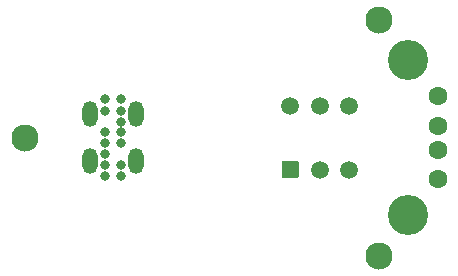
<source format=gbr>
%TF.GenerationSoftware,KiCad,Pcbnew,(5.1.12-1-10_14)*%
%TF.CreationDate,2022-08-29T02:47:29+08:00*%
%TF.ProjectId,0102_USB-C,30313032-5f55-4534-922d-432e6b696361,rev?*%
%TF.SameCoordinates,Original*%
%TF.FileFunction,Soldermask,Bot*%
%TF.FilePolarity,Negative*%
%FSLAX46Y46*%
G04 Gerber Fmt 4.6, Leading zero omitted, Abs format (unit mm)*
G04 Created by KiCad (PCBNEW (5.1.12-1-10_14)) date 2022-08-29 02:47:29*
%MOMM*%
%LPD*%
G01*
G04 APERTURE LIST*
%ADD10C,3.400000*%
%ADD11C,1.600000*%
%ADD12C,1.500000*%
%ADD13C,2.300000*%
%ADD14C,0.800000*%
%ADD15O,1.300000X2.200000*%
G04 APERTURE END LIST*
D10*
%TO.C,J2*%
X34800000Y5730000D03*
X34800000Y18870000D03*
D11*
X37300000Y8800000D03*
X37300000Y11300000D03*
X37300000Y13300000D03*
X37300000Y15800000D03*
%TD*%
D12*
%TO.C,SW1*%
X29800000Y15000000D03*
X27300000Y15000000D03*
X24800000Y15000000D03*
X29800000Y9600000D03*
X27300000Y9600000D03*
G36*
G01*
X25450000Y8900000D02*
X24150000Y8900000D01*
G75*
G02*
X24100000Y8950000I0J50000D01*
G01*
X24100000Y10250000D01*
G75*
G02*
X24150000Y10300000I50000J0D01*
G01*
X25450000Y10300000D01*
G75*
G02*
X25500000Y10250000I0J-50000D01*
G01*
X25500000Y8950000D01*
G75*
G02*
X25450000Y8900000I-50000J0D01*
G01*
G37*
%TD*%
D13*
%TO.C,H3*%
X32300000Y2300000D03*
%TD*%
%TO.C,H2*%
X2300000Y12300000D03*
%TD*%
%TO.C,H1*%
X32300000Y22300000D03*
%TD*%
D14*
%TO.C,J1*%
X10500000Y9050000D03*
X10500000Y10000000D03*
X10500000Y11850000D03*
X10500000Y12750000D03*
X10500000Y13650000D03*
X10500000Y14600000D03*
X10500000Y15550000D03*
X9100000Y15550000D03*
X9100000Y14600000D03*
X9100000Y12750000D03*
X9100000Y11850000D03*
X9100000Y10950000D03*
X9100000Y10000000D03*
X9100000Y9050000D03*
D15*
X11730000Y14300000D03*
X7870000Y14300000D03*
X11730000Y10300000D03*
X7870000Y10300000D03*
%TD*%
M02*

</source>
